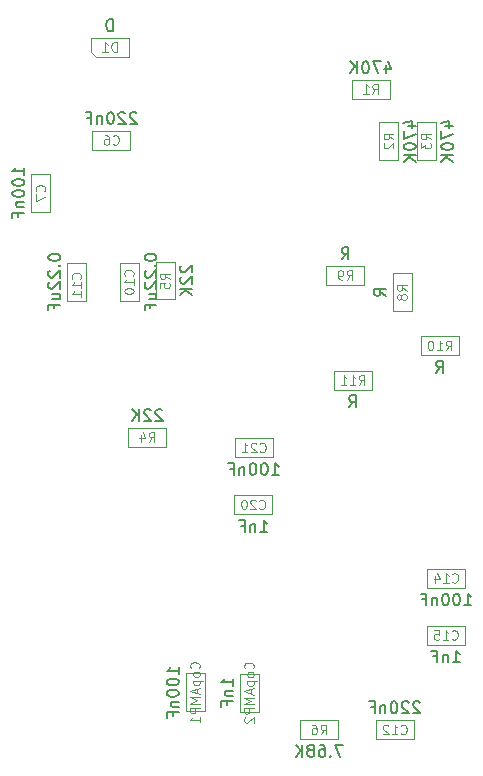
<source format=gbr>
%TF.GenerationSoftware,KiCad,Pcbnew,(5.1.12)-1*%
%TF.CreationDate,2021-12-15T12:49:01+01:00*%
%TF.ProjectId,HorseFOT_thomas_v1,486f7273-6546-44f5-945f-74686f6d6173,rev?*%
%TF.SameCoordinates,Original*%
%TF.FileFunction,AssemblyDrawing,Bot*%
%FSLAX46Y46*%
G04 Gerber Fmt 4.6, Leading zero omitted, Abs format (unit mm)*
G04 Created by KiCad (PCBNEW (5.1.12)-1) date 2021-12-15 12:49:01*
%MOMM*%
%LPD*%
G01*
G04 APERTURE LIST*
%ADD10C,0.100000*%
%ADD11C,0.150000*%
%ADD12C,0.120000*%
G04 APERTURE END LIST*
D10*
%TO.C,R11*%
X171272000Y-79413000D02*
X171272000Y-77813000D01*
X171272000Y-77813000D02*
X168072000Y-77813000D01*
X168072000Y-77813000D02*
X168072000Y-79413000D01*
X168072000Y-79413000D02*
X171272000Y-79413000D01*
%TO.C,R10*%
X178638000Y-76492000D02*
X178638000Y-74892000D01*
X178638000Y-74892000D02*
X175438000Y-74892000D01*
X175438000Y-74892000D02*
X175438000Y-76492000D01*
X175438000Y-76492000D02*
X178638000Y-76492000D01*
%TO.C,R9*%
X167437000Y-68923000D02*
X167437000Y-70523000D01*
X167437000Y-70523000D02*
X170637000Y-70523000D01*
X170637000Y-70523000D02*
X170637000Y-68923000D01*
X170637000Y-68923000D02*
X167437000Y-68923000D01*
%TO.C,R8*%
X173063000Y-72746000D02*
X174663000Y-72746000D01*
X174663000Y-72746000D02*
X174663000Y-69546000D01*
X174663000Y-69546000D02*
X173063000Y-69546000D01*
X173063000Y-69546000D02*
X173063000Y-72746000D01*
%TO.C,R6*%
X168412500Y-109004000D02*
X168412500Y-107404000D01*
X168412500Y-107404000D02*
X165212500Y-107404000D01*
X165212500Y-107404000D02*
X165212500Y-109004000D01*
X165212500Y-109004000D02*
X168412500Y-109004000D01*
%TO.C,R5*%
X154597000Y-68569500D02*
X152997000Y-68569500D01*
X152997000Y-68569500D02*
X152997000Y-71769500D01*
X152997000Y-71769500D02*
X154597000Y-71769500D01*
X154597000Y-71769500D02*
X154597000Y-68569500D01*
%TO.C,R4*%
X150673000Y-82639000D02*
X150673000Y-84239000D01*
X150673000Y-84239000D02*
X153873000Y-84239000D01*
X153873000Y-84239000D02*
X153873000Y-82639000D01*
X153873000Y-82639000D02*
X150673000Y-82639000D01*
%TO.C,R3*%
X176695000Y-56758500D02*
X175095000Y-56758500D01*
X175095000Y-56758500D02*
X175095000Y-59958500D01*
X175095000Y-59958500D02*
X176695000Y-59958500D01*
X176695000Y-59958500D02*
X176695000Y-56758500D01*
%TO.C,R2*%
X173520000Y-56758500D02*
X171920000Y-56758500D01*
X171920000Y-56758500D02*
X171920000Y-59958500D01*
X171920000Y-59958500D02*
X173520000Y-59958500D01*
X173520000Y-59958500D02*
X173520000Y-56758500D01*
%TO.C,R1*%
X169596000Y-53175000D02*
X169596000Y-54775000D01*
X169596000Y-54775000D02*
X172796000Y-54775000D01*
X172796000Y-54775000D02*
X172796000Y-53175000D01*
X172796000Y-53175000D02*
X169596000Y-53175000D01*
%TO.C,D1*%
X150695000Y-51219000D02*
X147895000Y-51219000D01*
X147895000Y-51219000D02*
X147495000Y-50819000D01*
X147495000Y-50819000D02*
X147495000Y-49619000D01*
X147495000Y-49619000D02*
X150695000Y-49619000D01*
X150695000Y-49619000D02*
X150695000Y-51219000D01*
%TO.C,CopAMP2*%
X160109000Y-106667500D02*
X161709000Y-106667500D01*
X161709000Y-106667500D02*
X161709000Y-103467500D01*
X161709000Y-103467500D02*
X160109000Y-103467500D01*
X160109000Y-103467500D02*
X160109000Y-106667500D01*
%TO.C,CopAMP1*%
X155537000Y-106629000D02*
X157137000Y-106629000D01*
X157137000Y-106629000D02*
X157137000Y-103429000D01*
X157137000Y-103429000D02*
X155537000Y-103429000D01*
X155537000Y-103429000D02*
X155537000Y-106629000D01*
%TO.C,C21*%
X162890000Y-85128000D02*
X162890000Y-83528000D01*
X162890000Y-83528000D02*
X159690000Y-83528000D01*
X159690000Y-83528000D02*
X159690000Y-85128000D01*
X159690000Y-85128000D02*
X162890000Y-85128000D01*
%TO.C,C20*%
X162851500Y-89954000D02*
X162851500Y-88354000D01*
X162851500Y-88354000D02*
X159651500Y-88354000D01*
X159651500Y-88354000D02*
X159651500Y-89954000D01*
X159651500Y-89954000D02*
X162851500Y-89954000D01*
%TO.C,C15*%
X179146000Y-101003000D02*
X179146000Y-99403000D01*
X179146000Y-99403000D02*
X175946000Y-99403000D01*
X175946000Y-99403000D02*
X175946000Y-101003000D01*
X175946000Y-101003000D02*
X179146000Y-101003000D01*
%TO.C,C14*%
X179184500Y-96177000D02*
X179184500Y-94577000D01*
X179184500Y-94577000D02*
X175984500Y-94577000D01*
X175984500Y-94577000D02*
X175984500Y-96177000D01*
X175984500Y-96177000D02*
X179184500Y-96177000D01*
%TO.C,C12*%
X171628000Y-107404000D02*
X171628000Y-109004000D01*
X171628000Y-109004000D02*
X174828000Y-109004000D01*
X174828000Y-109004000D02*
X174828000Y-107404000D01*
X174828000Y-107404000D02*
X171628000Y-107404000D01*
%TO.C,C11*%
X145504000Y-71869500D02*
X147104000Y-71869500D01*
X147104000Y-71869500D02*
X147104000Y-68669500D01*
X147104000Y-68669500D02*
X145504000Y-68669500D01*
X145504000Y-68669500D02*
X145504000Y-71869500D01*
%TO.C,C10*%
X151549000Y-68669500D02*
X149949000Y-68669500D01*
X149949000Y-68669500D02*
X149949000Y-71869500D01*
X149949000Y-71869500D02*
X151549000Y-71869500D01*
X151549000Y-71869500D02*
X151549000Y-68669500D01*
%TO.C,C7*%
X142456000Y-64338000D02*
X144056000Y-64338000D01*
X144056000Y-64338000D02*
X144056000Y-61138000D01*
X144056000Y-61138000D02*
X142456000Y-61138000D01*
X142456000Y-61138000D02*
X142456000Y-64338000D01*
%TO.C,C6*%
X147625000Y-57493000D02*
X147625000Y-59093000D01*
X147625000Y-59093000D02*
X150825000Y-59093000D01*
X150825000Y-59093000D02*
X150825000Y-57493000D01*
X150825000Y-57493000D02*
X147625000Y-57493000D01*
%TD*%
%TO.C,R11*%
D11*
X169362476Y-80885380D02*
X169695809Y-80409190D01*
X169933904Y-80885380D02*
X169933904Y-79885380D01*
X169552952Y-79885380D01*
X169457714Y-79933000D01*
X169410095Y-79980619D01*
X169362476Y-80075857D01*
X169362476Y-80218714D01*
X169410095Y-80313952D01*
X169457714Y-80361571D01*
X169552952Y-80409190D01*
X169933904Y-80409190D01*
D12*
X170186285Y-78974904D02*
X170452952Y-78593952D01*
X170643428Y-78974904D02*
X170643428Y-78174904D01*
X170338666Y-78174904D01*
X170262476Y-78213000D01*
X170224380Y-78251095D01*
X170186285Y-78327285D01*
X170186285Y-78441571D01*
X170224380Y-78517761D01*
X170262476Y-78555857D01*
X170338666Y-78593952D01*
X170643428Y-78593952D01*
X169424380Y-78974904D02*
X169881523Y-78974904D01*
X169652952Y-78974904D02*
X169652952Y-78174904D01*
X169729142Y-78289190D01*
X169805333Y-78365380D01*
X169881523Y-78403476D01*
X168662476Y-78974904D02*
X169119619Y-78974904D01*
X168891047Y-78974904D02*
X168891047Y-78174904D01*
X168967238Y-78289190D01*
X169043428Y-78365380D01*
X169119619Y-78403476D01*
%TO.C,R10*%
D11*
X176728476Y-77964380D02*
X177061809Y-77488190D01*
X177299904Y-77964380D02*
X177299904Y-76964380D01*
X176918952Y-76964380D01*
X176823714Y-77012000D01*
X176776095Y-77059619D01*
X176728476Y-77154857D01*
X176728476Y-77297714D01*
X176776095Y-77392952D01*
X176823714Y-77440571D01*
X176918952Y-77488190D01*
X177299904Y-77488190D01*
D12*
X177552285Y-76053904D02*
X177818952Y-75672952D01*
X178009428Y-76053904D02*
X178009428Y-75253904D01*
X177704666Y-75253904D01*
X177628476Y-75292000D01*
X177590380Y-75330095D01*
X177552285Y-75406285D01*
X177552285Y-75520571D01*
X177590380Y-75596761D01*
X177628476Y-75634857D01*
X177704666Y-75672952D01*
X178009428Y-75672952D01*
X176790380Y-76053904D02*
X177247523Y-76053904D01*
X177018952Y-76053904D02*
X177018952Y-75253904D01*
X177095142Y-75368190D01*
X177171333Y-75444380D01*
X177247523Y-75482476D01*
X176295142Y-75253904D02*
X176218952Y-75253904D01*
X176142761Y-75292000D01*
X176104666Y-75330095D01*
X176066571Y-75406285D01*
X176028476Y-75558666D01*
X176028476Y-75749142D01*
X176066571Y-75901523D01*
X176104666Y-75977714D01*
X176142761Y-76015809D01*
X176218952Y-76053904D01*
X176295142Y-76053904D01*
X176371333Y-76015809D01*
X176409428Y-75977714D01*
X176447523Y-75901523D01*
X176485619Y-75749142D01*
X176485619Y-75558666D01*
X176447523Y-75406285D01*
X176409428Y-75330095D01*
X176371333Y-75292000D01*
X176295142Y-75253904D01*
%TO.C,R9*%
D11*
X168727476Y-68355380D02*
X169060809Y-67879190D01*
X169298904Y-68355380D02*
X169298904Y-67355380D01*
X168917952Y-67355380D01*
X168822714Y-67403000D01*
X168775095Y-67450619D01*
X168727476Y-67545857D01*
X168727476Y-67688714D01*
X168775095Y-67783952D01*
X168822714Y-67831571D01*
X168917952Y-67879190D01*
X169298904Y-67879190D01*
D12*
X169170333Y-70084904D02*
X169437000Y-69703952D01*
X169627476Y-70084904D02*
X169627476Y-69284904D01*
X169322714Y-69284904D01*
X169246523Y-69323000D01*
X169208428Y-69361095D01*
X169170333Y-69437285D01*
X169170333Y-69551571D01*
X169208428Y-69627761D01*
X169246523Y-69665857D01*
X169322714Y-69703952D01*
X169627476Y-69703952D01*
X168789380Y-70084904D02*
X168637000Y-70084904D01*
X168560809Y-70046809D01*
X168522714Y-70008714D01*
X168446523Y-69894428D01*
X168408428Y-69742047D01*
X168408428Y-69437285D01*
X168446523Y-69361095D01*
X168484619Y-69323000D01*
X168560809Y-69284904D01*
X168713190Y-69284904D01*
X168789380Y-69323000D01*
X168827476Y-69361095D01*
X168865571Y-69437285D01*
X168865571Y-69627761D01*
X168827476Y-69703952D01*
X168789380Y-69742047D01*
X168713190Y-69780142D01*
X168560809Y-69780142D01*
X168484619Y-69742047D01*
X168446523Y-69703952D01*
X168408428Y-69627761D01*
%TO.C,R8*%
D11*
X172495380Y-71455523D02*
X172019190Y-71122190D01*
X172495380Y-70884095D02*
X171495380Y-70884095D01*
X171495380Y-71265047D01*
X171543000Y-71360285D01*
X171590619Y-71407904D01*
X171685857Y-71455523D01*
X171828714Y-71455523D01*
X171923952Y-71407904D01*
X171971571Y-71360285D01*
X172019190Y-71265047D01*
X172019190Y-70884095D01*
D12*
X174224904Y-71012666D02*
X173843952Y-70746000D01*
X174224904Y-70555523D02*
X173424904Y-70555523D01*
X173424904Y-70860285D01*
X173463000Y-70936476D01*
X173501095Y-70974571D01*
X173577285Y-71012666D01*
X173691571Y-71012666D01*
X173767761Y-70974571D01*
X173805857Y-70936476D01*
X173843952Y-70860285D01*
X173843952Y-70555523D01*
X173767761Y-71469809D02*
X173729666Y-71393619D01*
X173691571Y-71355523D01*
X173615380Y-71317428D01*
X173577285Y-71317428D01*
X173501095Y-71355523D01*
X173463000Y-71393619D01*
X173424904Y-71469809D01*
X173424904Y-71622190D01*
X173463000Y-71698380D01*
X173501095Y-71736476D01*
X173577285Y-71774571D01*
X173615380Y-71774571D01*
X173691571Y-71736476D01*
X173729666Y-71698380D01*
X173767761Y-71622190D01*
X173767761Y-71469809D01*
X173805857Y-71393619D01*
X173843952Y-71355523D01*
X173920142Y-71317428D01*
X174072523Y-71317428D01*
X174148714Y-71355523D01*
X174186809Y-71393619D01*
X174224904Y-71469809D01*
X174224904Y-71622190D01*
X174186809Y-71698380D01*
X174148714Y-71736476D01*
X174072523Y-71774571D01*
X173920142Y-71774571D01*
X173843952Y-71736476D01*
X173805857Y-71698380D01*
X173767761Y-71622190D01*
%TO.C,R6*%
D11*
X168836309Y-109476380D02*
X168169642Y-109476380D01*
X168598214Y-110476380D01*
X167788690Y-110381142D02*
X167741071Y-110428761D01*
X167788690Y-110476380D01*
X167836309Y-110428761D01*
X167788690Y-110381142D01*
X167788690Y-110476380D01*
X166883928Y-109476380D02*
X167074404Y-109476380D01*
X167169642Y-109524000D01*
X167217261Y-109571619D01*
X167312500Y-109714476D01*
X167360119Y-109904952D01*
X167360119Y-110285904D01*
X167312500Y-110381142D01*
X167264880Y-110428761D01*
X167169642Y-110476380D01*
X166979166Y-110476380D01*
X166883928Y-110428761D01*
X166836309Y-110381142D01*
X166788690Y-110285904D01*
X166788690Y-110047809D01*
X166836309Y-109952571D01*
X166883928Y-109904952D01*
X166979166Y-109857333D01*
X167169642Y-109857333D01*
X167264880Y-109904952D01*
X167312500Y-109952571D01*
X167360119Y-110047809D01*
X166217261Y-109904952D02*
X166312500Y-109857333D01*
X166360119Y-109809714D01*
X166407738Y-109714476D01*
X166407738Y-109666857D01*
X166360119Y-109571619D01*
X166312500Y-109524000D01*
X166217261Y-109476380D01*
X166026785Y-109476380D01*
X165931547Y-109524000D01*
X165883928Y-109571619D01*
X165836309Y-109666857D01*
X165836309Y-109714476D01*
X165883928Y-109809714D01*
X165931547Y-109857333D01*
X166026785Y-109904952D01*
X166217261Y-109904952D01*
X166312500Y-109952571D01*
X166360119Y-110000190D01*
X166407738Y-110095428D01*
X166407738Y-110285904D01*
X166360119Y-110381142D01*
X166312500Y-110428761D01*
X166217261Y-110476380D01*
X166026785Y-110476380D01*
X165931547Y-110428761D01*
X165883928Y-110381142D01*
X165836309Y-110285904D01*
X165836309Y-110095428D01*
X165883928Y-110000190D01*
X165931547Y-109952571D01*
X166026785Y-109904952D01*
X165407738Y-110476380D02*
X165407738Y-109476380D01*
X164836309Y-110476380D02*
X165264880Y-109904952D01*
X164836309Y-109476380D02*
X165407738Y-110047809D01*
D12*
X166945833Y-108565904D02*
X167212500Y-108184952D01*
X167402976Y-108565904D02*
X167402976Y-107765904D01*
X167098214Y-107765904D01*
X167022023Y-107804000D01*
X166983928Y-107842095D01*
X166945833Y-107918285D01*
X166945833Y-108032571D01*
X166983928Y-108108761D01*
X167022023Y-108146857D01*
X167098214Y-108184952D01*
X167402976Y-108184952D01*
X166260119Y-107765904D02*
X166412500Y-107765904D01*
X166488690Y-107804000D01*
X166526785Y-107842095D01*
X166602976Y-107956380D01*
X166641071Y-108108761D01*
X166641071Y-108413523D01*
X166602976Y-108489714D01*
X166564880Y-108527809D01*
X166488690Y-108565904D01*
X166336309Y-108565904D01*
X166260119Y-108527809D01*
X166222023Y-108489714D01*
X166183928Y-108413523D01*
X166183928Y-108223047D01*
X166222023Y-108146857D01*
X166260119Y-108108761D01*
X166336309Y-108070666D01*
X166488690Y-108070666D01*
X166564880Y-108108761D01*
X166602976Y-108146857D01*
X166641071Y-108223047D01*
%TO.C,R5*%
D11*
X155164619Y-68907595D02*
X155117000Y-68955214D01*
X155069380Y-69050452D01*
X155069380Y-69288547D01*
X155117000Y-69383785D01*
X155164619Y-69431404D01*
X155259857Y-69479023D01*
X155355095Y-69479023D01*
X155497952Y-69431404D01*
X156069380Y-68859976D01*
X156069380Y-69479023D01*
X155164619Y-69859976D02*
X155117000Y-69907595D01*
X155069380Y-70002833D01*
X155069380Y-70240928D01*
X155117000Y-70336166D01*
X155164619Y-70383785D01*
X155259857Y-70431404D01*
X155355095Y-70431404D01*
X155497952Y-70383785D01*
X156069380Y-69812357D01*
X156069380Y-70431404D01*
X156069380Y-70859976D02*
X155069380Y-70859976D01*
X156069380Y-71431404D02*
X155497952Y-71002833D01*
X155069380Y-71431404D02*
X155640809Y-70859976D01*
D12*
X154158904Y-70036166D02*
X153777952Y-69769500D01*
X154158904Y-69579023D02*
X153358904Y-69579023D01*
X153358904Y-69883785D01*
X153397000Y-69959976D01*
X153435095Y-69998071D01*
X153511285Y-70036166D01*
X153625571Y-70036166D01*
X153701761Y-69998071D01*
X153739857Y-69959976D01*
X153777952Y-69883785D01*
X153777952Y-69579023D01*
X153358904Y-70759976D02*
X153358904Y-70379023D01*
X153739857Y-70340928D01*
X153701761Y-70379023D01*
X153663666Y-70455214D01*
X153663666Y-70645690D01*
X153701761Y-70721880D01*
X153739857Y-70759976D01*
X153816047Y-70798071D01*
X154006523Y-70798071D01*
X154082714Y-70759976D01*
X154120809Y-70721880D01*
X154158904Y-70645690D01*
X154158904Y-70455214D01*
X154120809Y-70379023D01*
X154082714Y-70340928D01*
%TO.C,R4*%
D11*
X153534904Y-81166619D02*
X153487285Y-81119000D01*
X153392047Y-81071380D01*
X153153952Y-81071380D01*
X153058714Y-81119000D01*
X153011095Y-81166619D01*
X152963476Y-81261857D01*
X152963476Y-81357095D01*
X153011095Y-81499952D01*
X153582523Y-82071380D01*
X152963476Y-82071380D01*
X152582523Y-81166619D02*
X152534904Y-81119000D01*
X152439666Y-81071380D01*
X152201571Y-81071380D01*
X152106333Y-81119000D01*
X152058714Y-81166619D01*
X152011095Y-81261857D01*
X152011095Y-81357095D01*
X152058714Y-81499952D01*
X152630142Y-82071380D01*
X152011095Y-82071380D01*
X151582523Y-82071380D02*
X151582523Y-81071380D01*
X151011095Y-82071380D02*
X151439666Y-81499952D01*
X151011095Y-81071380D02*
X151582523Y-81642809D01*
D12*
X152406333Y-83800904D02*
X152673000Y-83419952D01*
X152863476Y-83800904D02*
X152863476Y-83000904D01*
X152558714Y-83000904D01*
X152482523Y-83039000D01*
X152444428Y-83077095D01*
X152406333Y-83153285D01*
X152406333Y-83267571D01*
X152444428Y-83343761D01*
X152482523Y-83381857D01*
X152558714Y-83419952D01*
X152863476Y-83419952D01*
X151720619Y-83267571D02*
X151720619Y-83800904D01*
X151911095Y-82962809D02*
X152101571Y-83534238D01*
X151606333Y-83534238D01*
%TO.C,R3*%
D11*
X177500714Y-57096595D02*
X178167380Y-57096595D01*
X177119761Y-56858500D02*
X177834047Y-56620404D01*
X177834047Y-57239452D01*
X177167380Y-57525166D02*
X177167380Y-58191833D01*
X178167380Y-57763261D01*
X177167380Y-58763261D02*
X177167380Y-58858500D01*
X177215000Y-58953738D01*
X177262619Y-59001357D01*
X177357857Y-59048976D01*
X177548333Y-59096595D01*
X177786428Y-59096595D01*
X177976904Y-59048976D01*
X178072142Y-59001357D01*
X178119761Y-58953738D01*
X178167380Y-58858500D01*
X178167380Y-58763261D01*
X178119761Y-58668023D01*
X178072142Y-58620404D01*
X177976904Y-58572785D01*
X177786428Y-58525166D01*
X177548333Y-58525166D01*
X177357857Y-58572785D01*
X177262619Y-58620404D01*
X177215000Y-58668023D01*
X177167380Y-58763261D01*
X178167380Y-59525166D02*
X177167380Y-59525166D01*
X178167380Y-60096595D02*
X177595952Y-59668023D01*
X177167380Y-60096595D02*
X177738809Y-59525166D01*
D12*
X176256904Y-58225166D02*
X175875952Y-57958500D01*
X176256904Y-57768023D02*
X175456904Y-57768023D01*
X175456904Y-58072785D01*
X175495000Y-58148976D01*
X175533095Y-58187071D01*
X175609285Y-58225166D01*
X175723571Y-58225166D01*
X175799761Y-58187071D01*
X175837857Y-58148976D01*
X175875952Y-58072785D01*
X175875952Y-57768023D01*
X175456904Y-58491833D02*
X175456904Y-58987071D01*
X175761666Y-58720404D01*
X175761666Y-58834690D01*
X175799761Y-58910880D01*
X175837857Y-58948976D01*
X175914047Y-58987071D01*
X176104523Y-58987071D01*
X176180714Y-58948976D01*
X176218809Y-58910880D01*
X176256904Y-58834690D01*
X176256904Y-58606119D01*
X176218809Y-58529928D01*
X176180714Y-58491833D01*
%TO.C,R2*%
D11*
X174325714Y-57096595D02*
X174992380Y-57096595D01*
X173944761Y-56858500D02*
X174659047Y-56620404D01*
X174659047Y-57239452D01*
X173992380Y-57525166D02*
X173992380Y-58191833D01*
X174992380Y-57763261D01*
X173992380Y-58763261D02*
X173992380Y-58858500D01*
X174040000Y-58953738D01*
X174087619Y-59001357D01*
X174182857Y-59048976D01*
X174373333Y-59096595D01*
X174611428Y-59096595D01*
X174801904Y-59048976D01*
X174897142Y-59001357D01*
X174944761Y-58953738D01*
X174992380Y-58858500D01*
X174992380Y-58763261D01*
X174944761Y-58668023D01*
X174897142Y-58620404D01*
X174801904Y-58572785D01*
X174611428Y-58525166D01*
X174373333Y-58525166D01*
X174182857Y-58572785D01*
X174087619Y-58620404D01*
X174040000Y-58668023D01*
X173992380Y-58763261D01*
X174992380Y-59525166D02*
X173992380Y-59525166D01*
X174992380Y-60096595D02*
X174420952Y-59668023D01*
X173992380Y-60096595D02*
X174563809Y-59525166D01*
D12*
X173081904Y-58225166D02*
X172700952Y-57958500D01*
X173081904Y-57768023D02*
X172281904Y-57768023D01*
X172281904Y-58072785D01*
X172320000Y-58148976D01*
X172358095Y-58187071D01*
X172434285Y-58225166D01*
X172548571Y-58225166D01*
X172624761Y-58187071D01*
X172662857Y-58148976D01*
X172700952Y-58072785D01*
X172700952Y-57768023D01*
X172358095Y-58529928D02*
X172320000Y-58568023D01*
X172281904Y-58644214D01*
X172281904Y-58834690D01*
X172320000Y-58910880D01*
X172358095Y-58948976D01*
X172434285Y-58987071D01*
X172510476Y-58987071D01*
X172624761Y-58948976D01*
X173081904Y-58491833D01*
X173081904Y-58987071D01*
%TO.C,R1*%
D11*
X172457904Y-51940714D02*
X172457904Y-52607380D01*
X172696000Y-51559761D02*
X172934095Y-52274047D01*
X172315047Y-52274047D01*
X172029333Y-51607380D02*
X171362666Y-51607380D01*
X171791238Y-52607380D01*
X170791238Y-51607380D02*
X170696000Y-51607380D01*
X170600761Y-51655000D01*
X170553142Y-51702619D01*
X170505523Y-51797857D01*
X170457904Y-51988333D01*
X170457904Y-52226428D01*
X170505523Y-52416904D01*
X170553142Y-52512142D01*
X170600761Y-52559761D01*
X170696000Y-52607380D01*
X170791238Y-52607380D01*
X170886476Y-52559761D01*
X170934095Y-52512142D01*
X170981714Y-52416904D01*
X171029333Y-52226428D01*
X171029333Y-51988333D01*
X170981714Y-51797857D01*
X170934095Y-51702619D01*
X170886476Y-51655000D01*
X170791238Y-51607380D01*
X170029333Y-52607380D02*
X170029333Y-51607380D01*
X169457904Y-52607380D02*
X169886476Y-52035952D01*
X169457904Y-51607380D02*
X170029333Y-52178809D01*
D12*
X171329333Y-54336904D02*
X171596000Y-53955952D01*
X171786476Y-54336904D02*
X171786476Y-53536904D01*
X171481714Y-53536904D01*
X171405523Y-53575000D01*
X171367428Y-53613095D01*
X171329333Y-53689285D01*
X171329333Y-53803571D01*
X171367428Y-53879761D01*
X171405523Y-53917857D01*
X171481714Y-53955952D01*
X171786476Y-53955952D01*
X170567428Y-54336904D02*
X171024571Y-54336904D01*
X170796000Y-54336904D02*
X170796000Y-53536904D01*
X170872190Y-53651190D01*
X170948380Y-53727380D01*
X171024571Y-53765476D01*
%TO.C,D1*%
D11*
X149356904Y-49051380D02*
X149356904Y-48051380D01*
X149118809Y-48051380D01*
X148975952Y-48099000D01*
X148880714Y-48194238D01*
X148833095Y-48289476D01*
X148785476Y-48479952D01*
X148785476Y-48622809D01*
X148833095Y-48813285D01*
X148880714Y-48908523D01*
X148975952Y-49003761D01*
X149118809Y-49051380D01*
X149356904Y-49051380D01*
D12*
X149685476Y-50780904D02*
X149685476Y-49980904D01*
X149495000Y-49980904D01*
X149380714Y-50019000D01*
X149304523Y-50095190D01*
X149266428Y-50171380D01*
X149228333Y-50323761D01*
X149228333Y-50438047D01*
X149266428Y-50590428D01*
X149304523Y-50666619D01*
X149380714Y-50742809D01*
X149495000Y-50780904D01*
X149685476Y-50780904D01*
X148466428Y-50780904D02*
X148923571Y-50780904D01*
X148695000Y-50780904D02*
X148695000Y-49980904D01*
X148771190Y-50095190D01*
X148847380Y-50171380D01*
X148923571Y-50209476D01*
%TO.C,CopAMP2*%
D11*
X159511380Y-104472261D02*
X159511380Y-103900833D01*
X159511380Y-104186547D02*
X158511380Y-104186547D01*
X158654238Y-104091309D01*
X158749476Y-103996071D01*
X158797095Y-103900833D01*
X158844714Y-104900833D02*
X159511380Y-104900833D01*
X158939952Y-104900833D02*
X158892333Y-104948452D01*
X158844714Y-105043690D01*
X158844714Y-105186547D01*
X158892333Y-105281785D01*
X158987571Y-105329404D01*
X159511380Y-105329404D01*
X158987571Y-106138928D02*
X158987571Y-105805595D01*
X159511380Y-105805595D02*
X158511380Y-105805595D01*
X158511380Y-106281785D01*
D12*
X161194714Y-103010357D02*
X161232809Y-102972261D01*
X161270904Y-102857976D01*
X161270904Y-102781785D01*
X161232809Y-102667500D01*
X161156619Y-102591309D01*
X161080428Y-102553214D01*
X160928047Y-102515119D01*
X160813761Y-102515119D01*
X160661380Y-102553214D01*
X160585190Y-102591309D01*
X160509000Y-102667500D01*
X160470904Y-102781785D01*
X160470904Y-102857976D01*
X160509000Y-102972261D01*
X160547095Y-103010357D01*
X161270904Y-103467500D02*
X161232809Y-103391309D01*
X161194714Y-103353214D01*
X161118523Y-103315119D01*
X160889952Y-103315119D01*
X160813761Y-103353214D01*
X160775666Y-103391309D01*
X160737571Y-103467500D01*
X160737571Y-103581785D01*
X160775666Y-103657976D01*
X160813761Y-103696071D01*
X160889952Y-103734166D01*
X161118523Y-103734166D01*
X161194714Y-103696071D01*
X161232809Y-103657976D01*
X161270904Y-103581785D01*
X161270904Y-103467500D01*
X160737571Y-104077023D02*
X161537571Y-104077023D01*
X160775666Y-104077023D02*
X160737571Y-104153214D01*
X160737571Y-104305595D01*
X160775666Y-104381785D01*
X160813761Y-104419880D01*
X160889952Y-104457976D01*
X161118523Y-104457976D01*
X161194714Y-104419880D01*
X161232809Y-104381785D01*
X161270904Y-104305595D01*
X161270904Y-104153214D01*
X161232809Y-104077023D01*
X161042333Y-104762738D02*
X161042333Y-105143690D01*
X161270904Y-104686547D02*
X160470904Y-104953214D01*
X161270904Y-105219880D01*
X161270904Y-105486547D02*
X160470904Y-105486547D01*
X161042333Y-105753214D01*
X160470904Y-106019880D01*
X161270904Y-106019880D01*
X161270904Y-106400833D02*
X160470904Y-106400833D01*
X160470904Y-106705595D01*
X160509000Y-106781785D01*
X160547095Y-106819880D01*
X160623285Y-106857976D01*
X160737571Y-106857976D01*
X160813761Y-106819880D01*
X160851857Y-106781785D01*
X160889952Y-106705595D01*
X160889952Y-106400833D01*
X160547095Y-107162738D02*
X160509000Y-107200833D01*
X160470904Y-107277023D01*
X160470904Y-107467500D01*
X160509000Y-107543690D01*
X160547095Y-107581785D01*
X160623285Y-107619880D01*
X160699476Y-107619880D01*
X160813761Y-107581785D01*
X161270904Y-107124642D01*
X161270904Y-107619880D01*
%TO.C,CopAMP1*%
D11*
X154939380Y-103481380D02*
X154939380Y-102909952D01*
X154939380Y-103195666D02*
X153939380Y-103195666D01*
X154082238Y-103100428D01*
X154177476Y-103005190D01*
X154225095Y-102909952D01*
X153939380Y-104100428D02*
X153939380Y-104195666D01*
X153987000Y-104290904D01*
X154034619Y-104338523D01*
X154129857Y-104386142D01*
X154320333Y-104433761D01*
X154558428Y-104433761D01*
X154748904Y-104386142D01*
X154844142Y-104338523D01*
X154891761Y-104290904D01*
X154939380Y-104195666D01*
X154939380Y-104100428D01*
X154891761Y-104005190D01*
X154844142Y-103957571D01*
X154748904Y-103909952D01*
X154558428Y-103862333D01*
X154320333Y-103862333D01*
X154129857Y-103909952D01*
X154034619Y-103957571D01*
X153987000Y-104005190D01*
X153939380Y-104100428D01*
X153939380Y-105052809D02*
X153939380Y-105148047D01*
X153987000Y-105243285D01*
X154034619Y-105290904D01*
X154129857Y-105338523D01*
X154320333Y-105386142D01*
X154558428Y-105386142D01*
X154748904Y-105338523D01*
X154844142Y-105290904D01*
X154891761Y-105243285D01*
X154939380Y-105148047D01*
X154939380Y-105052809D01*
X154891761Y-104957571D01*
X154844142Y-104909952D01*
X154748904Y-104862333D01*
X154558428Y-104814714D01*
X154320333Y-104814714D01*
X154129857Y-104862333D01*
X154034619Y-104909952D01*
X153987000Y-104957571D01*
X153939380Y-105052809D01*
X154272714Y-105814714D02*
X154939380Y-105814714D01*
X154367952Y-105814714D02*
X154320333Y-105862333D01*
X154272714Y-105957571D01*
X154272714Y-106100428D01*
X154320333Y-106195666D01*
X154415571Y-106243285D01*
X154939380Y-106243285D01*
X154415571Y-107052809D02*
X154415571Y-106719476D01*
X154939380Y-106719476D02*
X153939380Y-106719476D01*
X153939380Y-107195666D01*
D12*
X156622714Y-102971857D02*
X156660809Y-102933761D01*
X156698904Y-102819476D01*
X156698904Y-102743285D01*
X156660809Y-102629000D01*
X156584619Y-102552809D01*
X156508428Y-102514714D01*
X156356047Y-102476619D01*
X156241761Y-102476619D01*
X156089380Y-102514714D01*
X156013190Y-102552809D01*
X155937000Y-102629000D01*
X155898904Y-102743285D01*
X155898904Y-102819476D01*
X155937000Y-102933761D01*
X155975095Y-102971857D01*
X156698904Y-103429000D02*
X156660809Y-103352809D01*
X156622714Y-103314714D01*
X156546523Y-103276619D01*
X156317952Y-103276619D01*
X156241761Y-103314714D01*
X156203666Y-103352809D01*
X156165571Y-103429000D01*
X156165571Y-103543285D01*
X156203666Y-103619476D01*
X156241761Y-103657571D01*
X156317952Y-103695666D01*
X156546523Y-103695666D01*
X156622714Y-103657571D01*
X156660809Y-103619476D01*
X156698904Y-103543285D01*
X156698904Y-103429000D01*
X156165571Y-104038523D02*
X156965571Y-104038523D01*
X156203666Y-104038523D02*
X156165571Y-104114714D01*
X156165571Y-104267095D01*
X156203666Y-104343285D01*
X156241761Y-104381380D01*
X156317952Y-104419476D01*
X156546523Y-104419476D01*
X156622714Y-104381380D01*
X156660809Y-104343285D01*
X156698904Y-104267095D01*
X156698904Y-104114714D01*
X156660809Y-104038523D01*
X156470333Y-104724238D02*
X156470333Y-105105190D01*
X156698904Y-104648047D02*
X155898904Y-104914714D01*
X156698904Y-105181380D01*
X156698904Y-105448047D02*
X155898904Y-105448047D01*
X156470333Y-105714714D01*
X155898904Y-105981380D01*
X156698904Y-105981380D01*
X156698904Y-106362333D02*
X155898904Y-106362333D01*
X155898904Y-106667095D01*
X155937000Y-106743285D01*
X155975095Y-106781380D01*
X156051285Y-106819476D01*
X156165571Y-106819476D01*
X156241761Y-106781380D01*
X156279857Y-106743285D01*
X156317952Y-106667095D01*
X156317952Y-106362333D01*
X156698904Y-107581380D02*
X156698904Y-107124238D01*
X156698904Y-107352809D02*
X155898904Y-107352809D01*
X156013190Y-107276619D01*
X156089380Y-107200428D01*
X156127476Y-107124238D01*
%TO.C,C21*%
D11*
X162837619Y-86630380D02*
X163409047Y-86630380D01*
X163123333Y-86630380D02*
X163123333Y-85630380D01*
X163218571Y-85773238D01*
X163313809Y-85868476D01*
X163409047Y-85916095D01*
X162218571Y-85630380D02*
X162123333Y-85630380D01*
X162028095Y-85678000D01*
X161980476Y-85725619D01*
X161932857Y-85820857D01*
X161885238Y-86011333D01*
X161885238Y-86249428D01*
X161932857Y-86439904D01*
X161980476Y-86535142D01*
X162028095Y-86582761D01*
X162123333Y-86630380D01*
X162218571Y-86630380D01*
X162313809Y-86582761D01*
X162361428Y-86535142D01*
X162409047Y-86439904D01*
X162456666Y-86249428D01*
X162456666Y-86011333D01*
X162409047Y-85820857D01*
X162361428Y-85725619D01*
X162313809Y-85678000D01*
X162218571Y-85630380D01*
X161266190Y-85630380D02*
X161170952Y-85630380D01*
X161075714Y-85678000D01*
X161028095Y-85725619D01*
X160980476Y-85820857D01*
X160932857Y-86011333D01*
X160932857Y-86249428D01*
X160980476Y-86439904D01*
X161028095Y-86535142D01*
X161075714Y-86582761D01*
X161170952Y-86630380D01*
X161266190Y-86630380D01*
X161361428Y-86582761D01*
X161409047Y-86535142D01*
X161456666Y-86439904D01*
X161504285Y-86249428D01*
X161504285Y-86011333D01*
X161456666Y-85820857D01*
X161409047Y-85725619D01*
X161361428Y-85678000D01*
X161266190Y-85630380D01*
X160504285Y-85963714D02*
X160504285Y-86630380D01*
X160504285Y-86058952D02*
X160456666Y-86011333D01*
X160361428Y-85963714D01*
X160218571Y-85963714D01*
X160123333Y-86011333D01*
X160075714Y-86106571D01*
X160075714Y-86630380D01*
X159266190Y-86106571D02*
X159599523Y-86106571D01*
X159599523Y-86630380D02*
X159599523Y-85630380D01*
X159123333Y-85630380D01*
D12*
X161804285Y-84613714D02*
X161842380Y-84651809D01*
X161956666Y-84689904D01*
X162032857Y-84689904D01*
X162147142Y-84651809D01*
X162223333Y-84575619D01*
X162261428Y-84499428D01*
X162299523Y-84347047D01*
X162299523Y-84232761D01*
X162261428Y-84080380D01*
X162223333Y-84004190D01*
X162147142Y-83928000D01*
X162032857Y-83889904D01*
X161956666Y-83889904D01*
X161842380Y-83928000D01*
X161804285Y-83966095D01*
X161499523Y-83966095D02*
X161461428Y-83928000D01*
X161385238Y-83889904D01*
X161194761Y-83889904D01*
X161118571Y-83928000D01*
X161080476Y-83966095D01*
X161042380Y-84042285D01*
X161042380Y-84118476D01*
X161080476Y-84232761D01*
X161537619Y-84689904D01*
X161042380Y-84689904D01*
X160280476Y-84689904D02*
X160737619Y-84689904D01*
X160509047Y-84689904D02*
X160509047Y-83889904D01*
X160585238Y-84004190D01*
X160661428Y-84080380D01*
X160737619Y-84118476D01*
%TO.C,C20*%
D11*
X161846738Y-91456380D02*
X162418166Y-91456380D01*
X162132452Y-91456380D02*
X162132452Y-90456380D01*
X162227690Y-90599238D01*
X162322928Y-90694476D01*
X162418166Y-90742095D01*
X161418166Y-90789714D02*
X161418166Y-91456380D01*
X161418166Y-90884952D02*
X161370547Y-90837333D01*
X161275309Y-90789714D01*
X161132452Y-90789714D01*
X161037214Y-90837333D01*
X160989595Y-90932571D01*
X160989595Y-91456380D01*
X160180071Y-90932571D02*
X160513404Y-90932571D01*
X160513404Y-91456380D02*
X160513404Y-90456380D01*
X160037214Y-90456380D01*
D12*
X161765785Y-89439714D02*
X161803880Y-89477809D01*
X161918166Y-89515904D01*
X161994357Y-89515904D01*
X162108642Y-89477809D01*
X162184833Y-89401619D01*
X162222928Y-89325428D01*
X162261023Y-89173047D01*
X162261023Y-89058761D01*
X162222928Y-88906380D01*
X162184833Y-88830190D01*
X162108642Y-88754000D01*
X161994357Y-88715904D01*
X161918166Y-88715904D01*
X161803880Y-88754000D01*
X161765785Y-88792095D01*
X161461023Y-88792095D02*
X161422928Y-88754000D01*
X161346738Y-88715904D01*
X161156261Y-88715904D01*
X161080071Y-88754000D01*
X161041976Y-88792095D01*
X161003880Y-88868285D01*
X161003880Y-88944476D01*
X161041976Y-89058761D01*
X161499119Y-89515904D01*
X161003880Y-89515904D01*
X160508642Y-88715904D02*
X160432452Y-88715904D01*
X160356261Y-88754000D01*
X160318166Y-88792095D01*
X160280071Y-88868285D01*
X160241976Y-89020666D01*
X160241976Y-89211142D01*
X160280071Y-89363523D01*
X160318166Y-89439714D01*
X160356261Y-89477809D01*
X160432452Y-89515904D01*
X160508642Y-89515904D01*
X160584833Y-89477809D01*
X160622928Y-89439714D01*
X160661023Y-89363523D01*
X160699119Y-89211142D01*
X160699119Y-89020666D01*
X160661023Y-88868285D01*
X160622928Y-88792095D01*
X160584833Y-88754000D01*
X160508642Y-88715904D01*
%TO.C,C15*%
D11*
X178141238Y-102505380D02*
X178712666Y-102505380D01*
X178426952Y-102505380D02*
X178426952Y-101505380D01*
X178522190Y-101648238D01*
X178617428Y-101743476D01*
X178712666Y-101791095D01*
X177712666Y-101838714D02*
X177712666Y-102505380D01*
X177712666Y-101933952D02*
X177665047Y-101886333D01*
X177569809Y-101838714D01*
X177426952Y-101838714D01*
X177331714Y-101886333D01*
X177284095Y-101981571D01*
X177284095Y-102505380D01*
X176474571Y-101981571D02*
X176807904Y-101981571D01*
X176807904Y-102505380D02*
X176807904Y-101505380D01*
X176331714Y-101505380D01*
D12*
X178060285Y-100488714D02*
X178098380Y-100526809D01*
X178212666Y-100564904D01*
X178288857Y-100564904D01*
X178403142Y-100526809D01*
X178479333Y-100450619D01*
X178517428Y-100374428D01*
X178555523Y-100222047D01*
X178555523Y-100107761D01*
X178517428Y-99955380D01*
X178479333Y-99879190D01*
X178403142Y-99803000D01*
X178288857Y-99764904D01*
X178212666Y-99764904D01*
X178098380Y-99803000D01*
X178060285Y-99841095D01*
X177298380Y-100564904D02*
X177755523Y-100564904D01*
X177526952Y-100564904D02*
X177526952Y-99764904D01*
X177603142Y-99879190D01*
X177679333Y-99955380D01*
X177755523Y-99993476D01*
X176574571Y-99764904D02*
X176955523Y-99764904D01*
X176993619Y-100145857D01*
X176955523Y-100107761D01*
X176879333Y-100069666D01*
X176688857Y-100069666D01*
X176612666Y-100107761D01*
X176574571Y-100145857D01*
X176536476Y-100222047D01*
X176536476Y-100412523D01*
X176574571Y-100488714D01*
X176612666Y-100526809D01*
X176688857Y-100564904D01*
X176879333Y-100564904D01*
X176955523Y-100526809D01*
X176993619Y-100488714D01*
%TO.C,C14*%
D11*
X179132119Y-97679380D02*
X179703547Y-97679380D01*
X179417833Y-97679380D02*
X179417833Y-96679380D01*
X179513071Y-96822238D01*
X179608309Y-96917476D01*
X179703547Y-96965095D01*
X178513071Y-96679380D02*
X178417833Y-96679380D01*
X178322595Y-96727000D01*
X178274976Y-96774619D01*
X178227357Y-96869857D01*
X178179738Y-97060333D01*
X178179738Y-97298428D01*
X178227357Y-97488904D01*
X178274976Y-97584142D01*
X178322595Y-97631761D01*
X178417833Y-97679380D01*
X178513071Y-97679380D01*
X178608309Y-97631761D01*
X178655928Y-97584142D01*
X178703547Y-97488904D01*
X178751166Y-97298428D01*
X178751166Y-97060333D01*
X178703547Y-96869857D01*
X178655928Y-96774619D01*
X178608309Y-96727000D01*
X178513071Y-96679380D01*
X177560690Y-96679380D02*
X177465452Y-96679380D01*
X177370214Y-96727000D01*
X177322595Y-96774619D01*
X177274976Y-96869857D01*
X177227357Y-97060333D01*
X177227357Y-97298428D01*
X177274976Y-97488904D01*
X177322595Y-97584142D01*
X177370214Y-97631761D01*
X177465452Y-97679380D01*
X177560690Y-97679380D01*
X177655928Y-97631761D01*
X177703547Y-97584142D01*
X177751166Y-97488904D01*
X177798785Y-97298428D01*
X177798785Y-97060333D01*
X177751166Y-96869857D01*
X177703547Y-96774619D01*
X177655928Y-96727000D01*
X177560690Y-96679380D01*
X176798785Y-97012714D02*
X176798785Y-97679380D01*
X176798785Y-97107952D02*
X176751166Y-97060333D01*
X176655928Y-97012714D01*
X176513071Y-97012714D01*
X176417833Y-97060333D01*
X176370214Y-97155571D01*
X176370214Y-97679380D01*
X175560690Y-97155571D02*
X175894023Y-97155571D01*
X175894023Y-97679380D02*
X175894023Y-96679380D01*
X175417833Y-96679380D01*
D12*
X178098785Y-95662714D02*
X178136880Y-95700809D01*
X178251166Y-95738904D01*
X178327357Y-95738904D01*
X178441642Y-95700809D01*
X178517833Y-95624619D01*
X178555928Y-95548428D01*
X178594023Y-95396047D01*
X178594023Y-95281761D01*
X178555928Y-95129380D01*
X178517833Y-95053190D01*
X178441642Y-94977000D01*
X178327357Y-94938904D01*
X178251166Y-94938904D01*
X178136880Y-94977000D01*
X178098785Y-95015095D01*
X177336880Y-95738904D02*
X177794023Y-95738904D01*
X177565452Y-95738904D02*
X177565452Y-94938904D01*
X177641642Y-95053190D01*
X177717833Y-95129380D01*
X177794023Y-95167476D01*
X176651166Y-95205571D02*
X176651166Y-95738904D01*
X176841642Y-94900809D02*
X177032119Y-95472238D01*
X176536880Y-95472238D01*
%TO.C,C12*%
D11*
X175347047Y-105901619D02*
X175299428Y-105854000D01*
X175204190Y-105806380D01*
X174966095Y-105806380D01*
X174870857Y-105854000D01*
X174823238Y-105901619D01*
X174775619Y-105996857D01*
X174775619Y-106092095D01*
X174823238Y-106234952D01*
X175394666Y-106806380D01*
X174775619Y-106806380D01*
X174394666Y-105901619D02*
X174347047Y-105854000D01*
X174251809Y-105806380D01*
X174013714Y-105806380D01*
X173918476Y-105854000D01*
X173870857Y-105901619D01*
X173823238Y-105996857D01*
X173823238Y-106092095D01*
X173870857Y-106234952D01*
X174442285Y-106806380D01*
X173823238Y-106806380D01*
X173204190Y-105806380D02*
X173108952Y-105806380D01*
X173013714Y-105854000D01*
X172966095Y-105901619D01*
X172918476Y-105996857D01*
X172870857Y-106187333D01*
X172870857Y-106425428D01*
X172918476Y-106615904D01*
X172966095Y-106711142D01*
X173013714Y-106758761D01*
X173108952Y-106806380D01*
X173204190Y-106806380D01*
X173299428Y-106758761D01*
X173347047Y-106711142D01*
X173394666Y-106615904D01*
X173442285Y-106425428D01*
X173442285Y-106187333D01*
X173394666Y-105996857D01*
X173347047Y-105901619D01*
X173299428Y-105854000D01*
X173204190Y-105806380D01*
X172442285Y-106139714D02*
X172442285Y-106806380D01*
X172442285Y-106234952D02*
X172394666Y-106187333D01*
X172299428Y-106139714D01*
X172156571Y-106139714D01*
X172061333Y-106187333D01*
X172013714Y-106282571D01*
X172013714Y-106806380D01*
X171204190Y-106282571D02*
X171537523Y-106282571D01*
X171537523Y-106806380D02*
X171537523Y-105806380D01*
X171061333Y-105806380D01*
D12*
X173742285Y-108489714D02*
X173780380Y-108527809D01*
X173894666Y-108565904D01*
X173970857Y-108565904D01*
X174085142Y-108527809D01*
X174161333Y-108451619D01*
X174199428Y-108375428D01*
X174237523Y-108223047D01*
X174237523Y-108108761D01*
X174199428Y-107956380D01*
X174161333Y-107880190D01*
X174085142Y-107804000D01*
X173970857Y-107765904D01*
X173894666Y-107765904D01*
X173780380Y-107804000D01*
X173742285Y-107842095D01*
X172980380Y-108565904D02*
X173437523Y-108565904D01*
X173208952Y-108565904D02*
X173208952Y-107765904D01*
X173285142Y-107880190D01*
X173361333Y-107956380D01*
X173437523Y-107994476D01*
X172675619Y-107842095D02*
X172637523Y-107804000D01*
X172561333Y-107765904D01*
X172370857Y-107765904D01*
X172294666Y-107804000D01*
X172256571Y-107842095D01*
X172218476Y-107918285D01*
X172218476Y-107994476D01*
X172256571Y-108108761D01*
X172713714Y-108565904D01*
X172218476Y-108565904D01*
%TO.C,C11*%
D11*
X143906380Y-68150452D02*
X143906380Y-68245690D01*
X143954000Y-68340928D01*
X144001619Y-68388547D01*
X144096857Y-68436166D01*
X144287333Y-68483785D01*
X144525428Y-68483785D01*
X144715904Y-68436166D01*
X144811142Y-68388547D01*
X144858761Y-68340928D01*
X144906380Y-68245690D01*
X144906380Y-68150452D01*
X144858761Y-68055214D01*
X144811142Y-68007595D01*
X144715904Y-67959976D01*
X144525428Y-67912357D01*
X144287333Y-67912357D01*
X144096857Y-67959976D01*
X144001619Y-68007595D01*
X143954000Y-68055214D01*
X143906380Y-68150452D01*
X144811142Y-68912357D02*
X144858761Y-68959976D01*
X144906380Y-68912357D01*
X144858761Y-68864738D01*
X144811142Y-68912357D01*
X144906380Y-68912357D01*
X144001619Y-69340928D02*
X143954000Y-69388547D01*
X143906380Y-69483785D01*
X143906380Y-69721880D01*
X143954000Y-69817119D01*
X144001619Y-69864738D01*
X144096857Y-69912357D01*
X144192095Y-69912357D01*
X144334952Y-69864738D01*
X144906380Y-69293309D01*
X144906380Y-69912357D01*
X144001619Y-70293309D02*
X143954000Y-70340928D01*
X143906380Y-70436166D01*
X143906380Y-70674261D01*
X143954000Y-70769500D01*
X144001619Y-70817119D01*
X144096857Y-70864738D01*
X144192095Y-70864738D01*
X144334952Y-70817119D01*
X144906380Y-70245690D01*
X144906380Y-70864738D01*
X144239714Y-71721880D02*
X144906380Y-71721880D01*
X144239714Y-71293309D02*
X144763523Y-71293309D01*
X144858761Y-71340928D01*
X144906380Y-71436166D01*
X144906380Y-71579023D01*
X144858761Y-71674261D01*
X144811142Y-71721880D01*
X144382571Y-72531404D02*
X144382571Y-72198071D01*
X144906380Y-72198071D02*
X143906380Y-72198071D01*
X143906380Y-72674261D01*
D12*
X146589714Y-70009214D02*
X146627809Y-69971119D01*
X146665904Y-69856833D01*
X146665904Y-69780642D01*
X146627809Y-69666357D01*
X146551619Y-69590166D01*
X146475428Y-69552071D01*
X146323047Y-69513976D01*
X146208761Y-69513976D01*
X146056380Y-69552071D01*
X145980190Y-69590166D01*
X145904000Y-69666357D01*
X145865904Y-69780642D01*
X145865904Y-69856833D01*
X145904000Y-69971119D01*
X145942095Y-70009214D01*
X146665904Y-70771119D02*
X146665904Y-70313976D01*
X146665904Y-70542547D02*
X145865904Y-70542547D01*
X145980190Y-70466357D01*
X146056380Y-70390166D01*
X146094476Y-70313976D01*
X146665904Y-71533023D02*
X146665904Y-71075880D01*
X146665904Y-71304452D02*
X145865904Y-71304452D01*
X145980190Y-71228261D01*
X146056380Y-71152071D01*
X146094476Y-71075880D01*
%TO.C,C10*%
D11*
X152051380Y-68150452D02*
X152051380Y-68245690D01*
X152099000Y-68340928D01*
X152146619Y-68388547D01*
X152241857Y-68436166D01*
X152432333Y-68483785D01*
X152670428Y-68483785D01*
X152860904Y-68436166D01*
X152956142Y-68388547D01*
X153003761Y-68340928D01*
X153051380Y-68245690D01*
X153051380Y-68150452D01*
X153003761Y-68055214D01*
X152956142Y-68007595D01*
X152860904Y-67959976D01*
X152670428Y-67912357D01*
X152432333Y-67912357D01*
X152241857Y-67959976D01*
X152146619Y-68007595D01*
X152099000Y-68055214D01*
X152051380Y-68150452D01*
X152956142Y-68912357D02*
X153003761Y-68959976D01*
X153051380Y-68912357D01*
X153003761Y-68864738D01*
X152956142Y-68912357D01*
X153051380Y-68912357D01*
X152146619Y-69340928D02*
X152099000Y-69388547D01*
X152051380Y-69483785D01*
X152051380Y-69721880D01*
X152099000Y-69817119D01*
X152146619Y-69864738D01*
X152241857Y-69912357D01*
X152337095Y-69912357D01*
X152479952Y-69864738D01*
X153051380Y-69293309D01*
X153051380Y-69912357D01*
X152146619Y-70293309D02*
X152099000Y-70340928D01*
X152051380Y-70436166D01*
X152051380Y-70674261D01*
X152099000Y-70769500D01*
X152146619Y-70817119D01*
X152241857Y-70864738D01*
X152337095Y-70864738D01*
X152479952Y-70817119D01*
X153051380Y-70245690D01*
X153051380Y-70864738D01*
X152384714Y-71721880D02*
X153051380Y-71721880D01*
X152384714Y-71293309D02*
X152908523Y-71293309D01*
X153003761Y-71340928D01*
X153051380Y-71436166D01*
X153051380Y-71579023D01*
X153003761Y-71674261D01*
X152956142Y-71721880D01*
X152527571Y-72531404D02*
X152527571Y-72198071D01*
X153051380Y-72198071D02*
X152051380Y-72198071D01*
X152051380Y-72674261D01*
D12*
X151034714Y-69755214D02*
X151072809Y-69717119D01*
X151110904Y-69602833D01*
X151110904Y-69526642D01*
X151072809Y-69412357D01*
X150996619Y-69336166D01*
X150920428Y-69298071D01*
X150768047Y-69259976D01*
X150653761Y-69259976D01*
X150501380Y-69298071D01*
X150425190Y-69336166D01*
X150349000Y-69412357D01*
X150310904Y-69526642D01*
X150310904Y-69602833D01*
X150349000Y-69717119D01*
X150387095Y-69755214D01*
X151110904Y-70517119D02*
X151110904Y-70059976D01*
X151110904Y-70288547D02*
X150310904Y-70288547D01*
X150425190Y-70212357D01*
X150501380Y-70136166D01*
X150539476Y-70059976D01*
X150310904Y-71012357D02*
X150310904Y-71088547D01*
X150349000Y-71164738D01*
X150387095Y-71202833D01*
X150463285Y-71240928D01*
X150615666Y-71279023D01*
X150806142Y-71279023D01*
X150958523Y-71240928D01*
X151034714Y-71202833D01*
X151072809Y-71164738D01*
X151110904Y-71088547D01*
X151110904Y-71012357D01*
X151072809Y-70936166D01*
X151034714Y-70898071D01*
X150958523Y-70859976D01*
X150806142Y-70821880D01*
X150615666Y-70821880D01*
X150463285Y-70859976D01*
X150387095Y-70898071D01*
X150349000Y-70936166D01*
X150310904Y-71012357D01*
%TO.C,C7*%
D11*
X141858380Y-61190380D02*
X141858380Y-60618952D01*
X141858380Y-60904666D02*
X140858380Y-60904666D01*
X141001238Y-60809428D01*
X141096476Y-60714190D01*
X141144095Y-60618952D01*
X140858380Y-61809428D02*
X140858380Y-61904666D01*
X140906000Y-61999904D01*
X140953619Y-62047523D01*
X141048857Y-62095142D01*
X141239333Y-62142761D01*
X141477428Y-62142761D01*
X141667904Y-62095142D01*
X141763142Y-62047523D01*
X141810761Y-61999904D01*
X141858380Y-61904666D01*
X141858380Y-61809428D01*
X141810761Y-61714190D01*
X141763142Y-61666571D01*
X141667904Y-61618952D01*
X141477428Y-61571333D01*
X141239333Y-61571333D01*
X141048857Y-61618952D01*
X140953619Y-61666571D01*
X140906000Y-61714190D01*
X140858380Y-61809428D01*
X140858380Y-62761809D02*
X140858380Y-62857047D01*
X140906000Y-62952285D01*
X140953619Y-62999904D01*
X141048857Y-63047523D01*
X141239333Y-63095142D01*
X141477428Y-63095142D01*
X141667904Y-63047523D01*
X141763142Y-62999904D01*
X141810761Y-62952285D01*
X141858380Y-62857047D01*
X141858380Y-62761809D01*
X141810761Y-62666571D01*
X141763142Y-62618952D01*
X141667904Y-62571333D01*
X141477428Y-62523714D01*
X141239333Y-62523714D01*
X141048857Y-62571333D01*
X140953619Y-62618952D01*
X140906000Y-62666571D01*
X140858380Y-62761809D01*
X141191714Y-63523714D02*
X141858380Y-63523714D01*
X141286952Y-63523714D02*
X141239333Y-63571333D01*
X141191714Y-63666571D01*
X141191714Y-63809428D01*
X141239333Y-63904666D01*
X141334571Y-63952285D01*
X141858380Y-63952285D01*
X141334571Y-64761809D02*
X141334571Y-64428476D01*
X141858380Y-64428476D02*
X140858380Y-64428476D01*
X140858380Y-64904666D01*
D12*
X143541714Y-62604666D02*
X143579809Y-62566571D01*
X143617904Y-62452285D01*
X143617904Y-62376095D01*
X143579809Y-62261809D01*
X143503619Y-62185619D01*
X143427428Y-62147523D01*
X143275047Y-62109428D01*
X143160761Y-62109428D01*
X143008380Y-62147523D01*
X142932190Y-62185619D01*
X142856000Y-62261809D01*
X142817904Y-62376095D01*
X142817904Y-62452285D01*
X142856000Y-62566571D01*
X142894095Y-62604666D01*
X142817904Y-62871333D02*
X142817904Y-63404666D01*
X143617904Y-63061809D01*
%TO.C,C6*%
D11*
X151344047Y-55990619D02*
X151296428Y-55943000D01*
X151201190Y-55895380D01*
X150963095Y-55895380D01*
X150867857Y-55943000D01*
X150820238Y-55990619D01*
X150772619Y-56085857D01*
X150772619Y-56181095D01*
X150820238Y-56323952D01*
X151391666Y-56895380D01*
X150772619Y-56895380D01*
X150391666Y-55990619D02*
X150344047Y-55943000D01*
X150248809Y-55895380D01*
X150010714Y-55895380D01*
X149915476Y-55943000D01*
X149867857Y-55990619D01*
X149820238Y-56085857D01*
X149820238Y-56181095D01*
X149867857Y-56323952D01*
X150439285Y-56895380D01*
X149820238Y-56895380D01*
X149201190Y-55895380D02*
X149105952Y-55895380D01*
X149010714Y-55943000D01*
X148963095Y-55990619D01*
X148915476Y-56085857D01*
X148867857Y-56276333D01*
X148867857Y-56514428D01*
X148915476Y-56704904D01*
X148963095Y-56800142D01*
X149010714Y-56847761D01*
X149105952Y-56895380D01*
X149201190Y-56895380D01*
X149296428Y-56847761D01*
X149344047Y-56800142D01*
X149391666Y-56704904D01*
X149439285Y-56514428D01*
X149439285Y-56276333D01*
X149391666Y-56085857D01*
X149344047Y-55990619D01*
X149296428Y-55943000D01*
X149201190Y-55895380D01*
X148439285Y-56228714D02*
X148439285Y-56895380D01*
X148439285Y-56323952D02*
X148391666Y-56276333D01*
X148296428Y-56228714D01*
X148153571Y-56228714D01*
X148058333Y-56276333D01*
X148010714Y-56371571D01*
X148010714Y-56895380D01*
X147201190Y-56371571D02*
X147534523Y-56371571D01*
X147534523Y-56895380D02*
X147534523Y-55895380D01*
X147058333Y-55895380D01*
D12*
X149358333Y-58578714D02*
X149396428Y-58616809D01*
X149510714Y-58654904D01*
X149586904Y-58654904D01*
X149701190Y-58616809D01*
X149777380Y-58540619D01*
X149815476Y-58464428D01*
X149853571Y-58312047D01*
X149853571Y-58197761D01*
X149815476Y-58045380D01*
X149777380Y-57969190D01*
X149701190Y-57893000D01*
X149586904Y-57854904D01*
X149510714Y-57854904D01*
X149396428Y-57893000D01*
X149358333Y-57931095D01*
X148672619Y-57854904D02*
X148825000Y-57854904D01*
X148901190Y-57893000D01*
X148939285Y-57931095D01*
X149015476Y-58045380D01*
X149053571Y-58197761D01*
X149053571Y-58502523D01*
X149015476Y-58578714D01*
X148977380Y-58616809D01*
X148901190Y-58654904D01*
X148748809Y-58654904D01*
X148672619Y-58616809D01*
X148634523Y-58578714D01*
X148596428Y-58502523D01*
X148596428Y-58312047D01*
X148634523Y-58235857D01*
X148672619Y-58197761D01*
X148748809Y-58159666D01*
X148901190Y-58159666D01*
X148977380Y-58197761D01*
X149015476Y-58235857D01*
X149053571Y-58312047D01*
%TD*%
M02*

</source>
